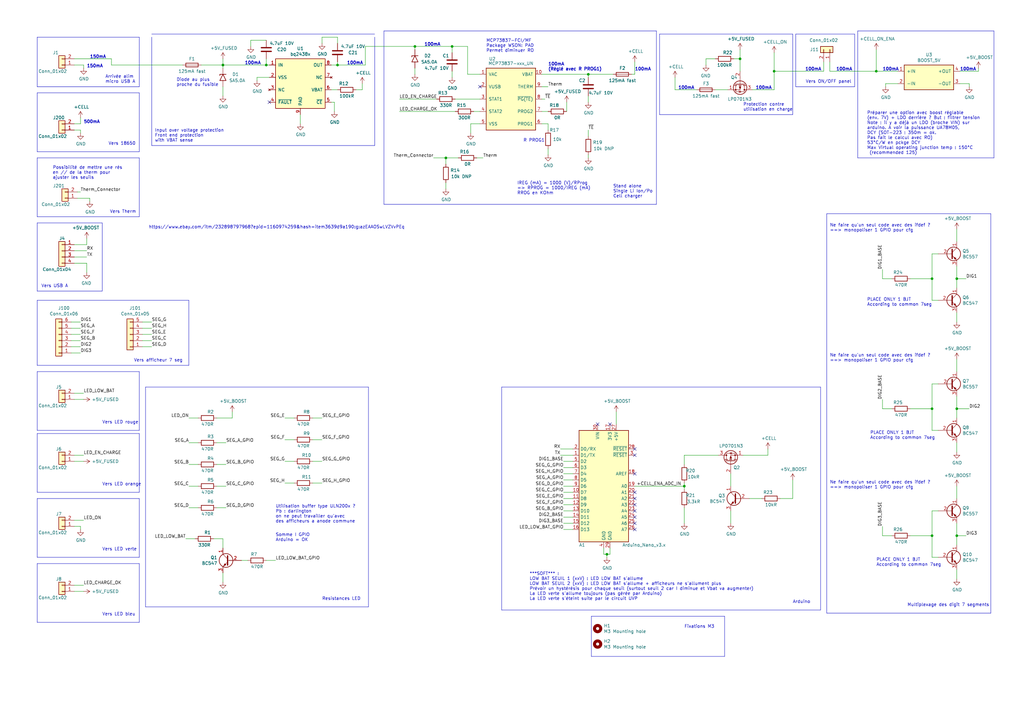
<source format=kicad_sch>
(kicad_sch (version 20230121) (generator eeschema)
  (paper "A3")
  (junction (at 109.22 26.67))
  (junction (at 91.44 26.67))
  (junction (at 359.41 29.21))
  (junction (at 382.27 219.71))
  (junction (at 392.43 167.64))
  (junction (at 170.18 19.05))
  (junction (at 280.67 199.39))
  (junction (at 182.88 64.77))
  (junction (at 382.27 114.3))
  (junction (at 303.53 24.13))
  (junction (at 382.27 167.64))
  (junction (at 185.42 19.05))
  (junction (at 241.3 30.48))
  (junction (at 392.43 219.71))
  (junction (at 138.43 26.67))
  (junction (at 248.92 227.33))
  (junction (at 317.5 29.21))
  (junction (at 392.43 114.3))
  (no_connect (at 260.35 184.15))
  (no_connect (at 260.35 207.01))
  (no_connect (at 260.35 201.93))
  (no_connect (at 260.35 204.47))
  (no_connect (at 260.35 212.09))
  (no_connect (at 260.35 186.69))
  (no_connect (at 260.35 209.55))
  (no_connect (at 260.35 214.63))
  (no_connect (at 260.35 217.17))
  (no_connect (at 110.49 41.91))
  (no_connect (at 196.85 35.56))
  (no_connect (at 250.19 173.99))
  (no_connect (at 245.11 173.99))
  (no_connect (at 260.35 194.31))
  (polyline (pts (xy 57.15 176.53) (xy 57.15 152.4)))
  (wire (pts (xy 325.12 204.47) (xy 325.12 196.85)))
  (polyline (pts (xy 15.24 35.56) (xy 15.24 15.24)))
  (polyline (pts (xy 339.09 87.63) (xy 339.09 251.46)))
  (wire (pts (xy 196.85 45.72) (xy 194.31 45.72)))
  (wire (pts (xy 128.27 189.23) (xy 132.08 189.23)))
  (polyline (pts (xy 270.51 13.97) (xy 270.51 46.99)))
  (polyline (pts (xy 15.24 15.24) (xy 57.15 15.24)))
  (polyline (pts (xy 339.09 251.46) (xy 406.4 251.46)))
  (wire (pts (xy 62.23 142.24) (xy 58.42 142.24)))
  (wire (pts (xy 392.43 109.22) (xy 392.43 114.3)))
  (wire (pts (xy 82.55 26.67) (xy 91.44 26.67)))
  (wire (pts (xy 33.02 144.78) (xy 29.21 144.78)))
  (wire (pts (xy 382.27 104.14) (xy 382.27 114.3)))
  (wire (pts (xy 193.04 50.8) (xy 193.04 54.61)))
  (wire (pts (xy 110.49 31.75) (xy 105.41 31.75)))
  (wire (pts (xy 182.88 64.77) (xy 177.8 64.77)))
  (wire (pts (xy 276.86 36.83) (xy 285.75 36.83)))
  (polyline (pts (xy 57.15 204.47) (xy 15.24 204.47)))
  (wire (pts (xy 241.3 39.37) (xy 241.3 41.91)))
  (wire (pts (xy 95.25 171.45) (xy 95.25 168.91)))
  (wire (pts (xy 396.24 219.71) (xy 392.43 219.71)))
  (polyline (pts (xy 57.15 88.9) (xy 57.15 64.77)))
  (wire (pts (xy 382.27 157.48) (xy 384.81 157.48)))
  (polyline (pts (xy 15.24 177.8) (xy 15.24 201.93)))
  (polyline (pts (xy 57.15 38.1) (xy 15.24 38.1)))
  (polyline (pts (xy 57.15 62.23) (xy 57.15 38.1)))
  (wire (pts (xy 340.36 25.4) (xy 340.36 29.21)))
  (wire (pts (xy 317.5 29.21) (xy 317.5 36.83)))
  (polyline (pts (xy 325.12 46.99) (xy 270.51 46.99)))
  (wire (pts (xy 373.38 114.3) (xy 382.27 114.3)))
  (wire (pts (xy 30.48 186.69) (xy 34.29 186.69)))
  (wire (pts (xy 109.22 26.67) (xy 110.49 26.67)))
  (wire (pts (xy 77.47 208.28) (xy 81.28 208.28)))
  (wire (pts (xy 234.95 196.85) (xy 231.14 196.85)))
  (polyline (pts (xy 350.52 13.97) (xy 326.39 13.97)))
  (wire (pts (xy 30.48 213.36) (xy 34.29 213.36)))
  (wire (pts (xy 392.43 114.3) (xy 392.43 118.11)))
  (wire (pts (xy 116.84 189.23) (xy 120.65 189.23)))
  (polyline (pts (xy 157.48 83.82) (xy 269.24 83.82)))
  (polyline (pts (xy 350.52 35.56) (xy 350.52 13.97)))
  (polyline (pts (xy 57.15 231.14) (xy 15.24 231.14)))
  (wire (pts (xy 234.95 199.39) (xy 231.14 199.39)))
  (wire (pts (xy 368.3 34.29) (xy 363.22 34.29)))
  (wire (pts (xy 224.79 53.34) (xy 224.79 50.8)))
  (polyline (pts (xy 336.55 158.75) (xy 336.55 250.19)))
  (wire (pts (xy 195.58 64.77) (xy 198.12 64.77)))
  (wire (pts (xy 222.25 45.72) (xy 224.79 45.72)))
  (wire (pts (xy 320.04 204.47) (xy 325.12 204.47)))
  (wire (pts (xy 224.79 50.8) (xy 222.25 50.8)))
  (wire (pts (xy 148.59 34.29) (xy 148.59 36.83)))
  (wire (pts (xy 382.27 219.71) (xy 382.27 228.6)))
  (wire (pts (xy 393.7 34.29) (xy 397.51 34.29)))
  (wire (pts (xy 182.88 77.47) (xy 182.88 74.93)))
  (wire (pts (xy 280.67 199.39) (xy 280.67 200.66)))
  (wire (pts (xy 392.43 167.64) (xy 392.43 171.45)))
  (wire (pts (xy 33.02 134.62) (xy 29.21 134.62)))
  (wire (pts (xy 382.27 104.14) (xy 384.81 104.14)))
  (polyline (pts (xy 406.4 87.63) (xy 339.09 87.63)))
  (wire (pts (xy 109.22 26.67) (xy 109.22 24.13)))
  (polyline (pts (xy 153.67 15.24) (xy 153.67 59.69)))
  (wire (pts (xy 33.02 78.74) (xy 31.75 78.74)))
  (wire (pts (xy 91.44 220.98) (xy 91.44 224.79)))
  (wire (pts (xy 382.27 209.55) (xy 384.81 209.55)))
  (wire (pts (xy 30.48 26.67) (xy 34.29 26.67)))
  (wire (pts (xy 170.18 19.05) (xy 185.42 19.05)))
  (wire (pts (xy 91.44 24.13) (xy 91.44 26.67)))
  (wire (pts (xy 101.6 229.87) (xy 99.06 229.87)))
  (wire (pts (xy 293.37 36.83) (xy 298.45 36.83)))
  (wire (pts (xy 234.95 207.01) (xy 231.14 207.01)))
  (polyline (pts (xy 297.18 252.73) (xy 297.18 269.24)))
  (wire (pts (xy 392.43 93.98) (xy 392.43 99.06)))
  (polyline (pts (xy 15.24 123.19) (xy 77.47 123.19)))
  (wire (pts (xy 138.43 26.67) (xy 149.86 26.67)))
  (wire (pts (xy 116.84 180.34) (xy 120.65 180.34)))
  (wire (pts (xy 91.44 234.95) (xy 91.44 238.76)))
  (wire (pts (xy 396.24 114.3) (xy 392.43 114.3)))
  (wire (pts (xy 191.77 19.05) (xy 185.42 19.05)))
  (polyline (pts (xy 15.24 228.6) (xy 57.15 228.6)))
  (wire (pts (xy 303.53 20.32) (xy 303.53 24.13)))
  (wire (pts (xy 35.56 105.41) (xy 30.48 105.41)))
  (wire (pts (xy 91.44 26.67) (xy 109.22 26.67)))
  (wire (pts (xy 234.95 194.31) (xy 231.14 194.31)))
  (wire (pts (xy 260.35 30.48) (xy 260.35 25.4)))
  (polyline (pts (xy 242.57 252.73) (xy 297.18 252.73)))
  (polyline (pts (xy 297.18 269.24) (xy 242.57 269.24)))
  (wire (pts (xy 382.27 123.19) (xy 384.81 123.19)))
  (wire (pts (xy 33.02 53.34) (xy 30.48 53.34)))
  (wire (pts (xy 234.95 217.17) (xy 231.14 217.17)))
  (wire (pts (xy 392.43 185.42) (xy 392.43 181.61)))
  (wire (pts (xy 247.65 227.33) (xy 247.65 224.79)))
  (wire (pts (xy 392.43 162.56) (xy 392.43 167.64)))
  (wire (pts (xy 45.72 26.67) (xy 74.93 26.67)))
  (polyline (pts (xy 41.91 119.38) (xy 41.91 91.44)))
  (wire (pts (xy 392.43 237.49) (xy 392.43 233.68)))
  (wire (pts (xy 361.95 167.64) (xy 361.95 163.83)))
  (wire (pts (xy 170.18 30.48) (xy 170.18 27.94)))
  (wire (pts (xy 234.95 209.55) (xy 231.14 209.55)))
  (wire (pts (xy 361.95 219.71) (xy 361.95 215.9)))
  (wire (pts (xy 260.35 199.39) (xy 280.67 199.39)))
  (polyline (pts (xy 407.67 12.7) (xy 351.79 12.7)))
  (wire (pts (xy 234.95 212.09) (xy 231.14 212.09)))
  (polyline (pts (xy 57.15 152.4) (xy 15.24 152.4)))
  (wire (pts (xy 373.38 167.64) (xy 382.27 167.64)))
  (polyline (pts (xy 15.24 88.9) (xy 57.15 88.9)))
  (polyline (pts (xy 77.47 149.86) (xy 15.24 149.86)))
  (wire (pts (xy 138.43 36.83) (xy 135.89 36.83)))
  (wire (pts (xy 62.23 137.16) (xy 58.42 137.16)))
  (wire (pts (xy 138.43 26.67) (xy 138.43 25.4)))
  (wire (pts (xy 77.47 190.5) (xy 81.28 190.5)))
  (wire (pts (xy 185.42 29.21) (xy 185.42 31.75)))
  (wire (pts (xy 300.99 24.13) (xy 303.53 24.13)))
  (wire (pts (xy 187.96 64.77) (xy 182.88 64.77)))
  (wire (pts (xy 337.82 29.21) (xy 337.82 25.4)))
  (wire (pts (xy 361.95 114.3) (xy 361.95 110.49)))
  (wire (pts (xy 393.7 29.21) (xy 401.32 29.21)))
  (polyline (pts (xy 351.79 64.77) (xy 407.67 64.77)))
  (polyline (pts (xy 269.24 83.82) (xy 269.24 12.7)))
  (wire (pts (xy 30.48 161.29) (xy 34.29 161.29)))
  (wire (pts (xy 280.67 198.12) (xy 280.67 199.39)))
  (wire (pts (xy 304.8 186.69) (xy 314.96 186.69)))
  (wire (pts (xy 33.02 139.7) (xy 29.21 139.7)))
  (wire (pts (xy 392.43 199.39) (xy 392.43 204.47)))
  (wire (pts (xy 317.5 21.59) (xy 317.5 29.21)))
  (wire (pts (xy 91.44 26.67) (xy 91.44 27.94)))
  (polyline (pts (xy 15.24 201.93) (xy 57.15 201.93)))
  (polyline (pts (xy 59.69 158.75) (xy 151.13 158.75)))
  (polyline (pts (xy 15.24 119.38) (xy 41.91 119.38)))
  (wire (pts (xy 33.02 132.08) (xy 29.21 132.08)))
  (polyline (pts (xy 15.24 38.1) (xy 15.24 62.23)))
  (wire (pts (xy 62.23 132.08) (xy 58.42 132.08)))
  (polyline (pts (xy 269.24 12.7) (xy 157.48 12.7)))
  (wire (pts (xy 33.02 217.17) (xy 33.02 215.9)))
  (polyline (pts (xy 270.51 13.97) (xy 325.12 13.97)))
  (wire (pts (xy 234.95 204.47) (xy 231.14 204.47)))
  (wire (pts (xy 303.53 24.13) (xy 303.53 29.21)))
  (polyline (pts (xy 15.24 149.86) (xy 15.24 123.19)))
  (wire (pts (xy 128.27 180.34) (xy 132.08 180.34)))
  (wire (pts (xy 241.3 31.75) (xy 241.3 30.48)))
  (wire (pts (xy 365.76 114.3) (xy 361.95 114.3)))
  (wire (pts (xy 91.44 35.56) (xy 91.44 39.37)))
  (wire (pts (xy 30.48 24.13) (xy 45.72 24.13)))
  (polyline (pts (xy 59.69 248.92) (xy 59.69 158.75)))
  (polyline (pts (xy 242.57 269.24) (xy 242.57 252.73)))
  (wire (pts (xy 317.5 29.21) (xy 337.82 29.21)))
  (polyline (pts (xy 205.74 158.75) (xy 336.55 158.75)))
  (polyline (pts (xy 326.39 13.97) (xy 326.39 35.56)))
  (wire (pts (xy 88.9 181.61) (xy 92.71 181.61)))
  (wire (pts (xy 30.48 240.03) (xy 34.29 240.03)))
  (polyline (pts (xy 57.15 35.56) (xy 15.24 35.56)))
  (wire (pts (xy 30.48 107.95) (xy 35.56 107.95)))
  (wire (pts (xy 128.27 198.12) (xy 132.08 198.12)))
  (wire (pts (xy 382.27 228.6) (xy 384.81 228.6)))
  (wire (pts (xy 30.48 102.87) (xy 35.56 102.87)))
  (wire (pts (xy 392.43 219.71) (xy 392.43 223.52)))
  (polyline (pts (xy 15.24 231.14) (xy 15.24 255.27)))
  (wire (pts (xy 30.48 242.57) (xy 34.29 242.57)))
  (wire (pts (xy 299.72 194.31) (xy 299.72 199.39)))
  (wire (pts (xy 373.38 219.71) (xy 382.27 219.71)))
  (wire (pts (xy 33.02 215.9) (xy 30.48 215.9)))
  (polyline (pts (xy 57.15 177.8) (xy 15.24 177.8)))
  (wire (pts (xy 392.43 147.32) (xy 392.43 152.4)))
  (wire (pts (xy 88.9 208.28) (xy 92.71 208.28)))
  (wire (pts (xy 248.92 227.33) (xy 247.65 227.33)))
  (wire (pts (xy 397.51 167.64) (xy 392.43 167.64)))
  (polyline (pts (xy 57.15 64.77) (xy 15.24 64.77)))
  (polyline (pts (xy 15.24 91.44) (xy 15.24 119.38)))
  (wire (pts (xy 229.87 186.69) (xy 234.95 186.69)))
  (polyline (pts (xy 406.4 251.46) (xy 406.4 87.63)))
  (wire (pts (xy 163.83 45.72) (xy 186.69 45.72)))
  (polyline (pts (xy 41.91 91.44) (xy 15.24 91.44)))
  (wire (pts (xy 132.08 15.24) (xy 132.08 17.78)))
  (wire (pts (xy 241.3 63.5) (xy 241.3 64.77)))
  (wire (pts (xy 105.41 31.75) (xy 105.41 33.02)))
  (wire (pts (xy 280.67 186.69) (xy 294.64 186.69)))
  (polyline (pts (xy 205.74 250.19) (xy 205.74 158.75)))
  (polyline (pts (xy 15.24 62.23) (xy 57.15 62.23)))
  (wire (pts (xy 77.47 171.45) (xy 81.28 171.45)))
  (polyline (pts (xy 62.23 13.97) (xy 153.67 13.97)))
  (wire (pts (xy 392.43 132.08) (xy 392.43 128.27)))
  (wire (pts (xy 314.96 186.69) (xy 314.96 184.15)))
  (wire (pts (xy 149.86 26.67) (xy 149.86 19.05)))
  (polyline (pts (xy 15.24 255.27) (xy 57.15 255.27)))
  (polyline (pts (xy 57.15 255.27) (xy 57.15 231.14)))
  (wire (pts (xy 35.56 97.79) (xy 35.56 100.33)))
  (wire (pts (xy 109.22 229.87) (xy 113.03 229.87)))
  (wire (pts (xy 102.87 16.51) (xy 102.87 19.05)))
  (polyline (pts (xy 57.15 228.6) (xy 57.15 204.47)))
  (wire (pts (xy 359.41 20.32) (xy 359.41 29.21)))
  (wire (pts (xy 186.69 40.64) (xy 196.85 40.64)))
  (wire (pts (xy 382.27 157.48) (xy 382.27 167.64)))
  (wire (pts (xy 148.59 36.83) (xy 146.05 36.83)))
  (wire (pts (xy 248.92 227.33) (xy 250.19 227.33)))
  (wire (pts (xy 248.92 228.6) (xy 248.92 227.33)))
  (wire (pts (xy 234.95 189.23) (xy 231.14 189.23)))
  (wire (pts (xy 185.42 21.59) (xy 185.42 19.05)))
  (wire (pts (xy 289.56 24.13) (xy 289.56 26.67)))
  (polyline (pts (xy 407.67 64.77) (xy 407.67 12.7)))
  (wire (pts (xy 116.84 198.12) (xy 120.65 198.12)))
  (wire (pts (xy 88.9 190.5) (xy 92.71 190.5)))
  (polyline (pts (xy 57.15 15.24) (xy 57.15 35.56)))
  (wire (pts (xy 182.88 67.31) (xy 182.88 64.77)))
  (wire (pts (xy 163.83 40.64) (xy 179.07 40.64)))
  (wire (pts (xy 88.9 199.39) (xy 92.71 199.39)))
  (wire (pts (xy 77.47 199.39) (xy 81.28 199.39)))
  (polyline (pts (xy 157.48 12.7) (xy 157.48 83.82)))
  (wire (pts (xy 128.27 171.45) (xy 132.08 171.45)))
  (polyline (pts (xy 15.24 176.53) (xy 57.15 176.53)))
  (wire (pts (xy 30.48 50.8) (xy 33.02 50.8)))
  (wire (pts (xy 33.02 142.24) (xy 29.21 142.24)))
  (wire (pts (xy 196.85 50.8) (xy 193.04 50.8)))
  (wire (pts (xy 382.27 209.55) (xy 382.27 219.71)))
  (wire (pts (xy 259.08 30.48) (xy 260.35 30.48)))
  (wire (pts (xy 234.95 184.15) (xy 229.87 184.15)))
  (wire (pts (xy 138.43 15.24) (xy 132.08 15.24)))
  (wire (pts (xy 397.51 34.29) (xy 397.51 35.56)))
  (wire (pts (xy 365.76 167.64) (xy 361.95 167.64)))
  (wire (pts (xy 299.72 209.55) (xy 299.72 214.63)))
  (wire (pts (xy 382.27 114.3) (xy 382.27 123.19)))
  (polyline (pts (xy 15.24 204.47) (xy 15.24 228.6)))
  (wire (pts (xy 87.63 220.98) (xy 91.44 220.98)))
  (wire (pts (xy 250.19 227.33) (xy 250.19 224.79)))
  (wire (pts (xy 30.48 163.83) (xy 34.29 163.83)))
  (wire (pts (xy 76.2 220.98) (xy 80.01 220.98)))
  (wire (pts (xy 365.76 219.71) (xy 361.95 219.71)))
  (wire (pts (xy 123.19 50.8) (xy 123.19 46.99)))
  (wire (pts (xy 30.48 189.23) (xy 34.29 189.23)))
  (wire (pts (xy 312.42 204.47) (xy 307.34 204.47)))
  (wire (pts (xy 234.95 191.77) (xy 231.14 191.77)))
  (wire (pts (xy 170.18 19.05) (xy 170.18 20.32)))
  (wire (pts (xy 222.25 40.64) (xy 223.52 40.64)))
  (wire (pts (xy 241.3 30.48) (xy 251.46 30.48)))
  (wire (pts (xy 135.89 26.67) (xy 138.43 26.67)))
  (wire (pts (xy 191.77 30.48) (xy 196.85 30.48)))
  (wire (pts (xy 280.67 214.63) (xy 280.67 208.28)))
  (polyline (pts (xy 57.15 201.93) (xy 57.15 177.8)))
  (wire (pts (xy 62.23 139.7) (xy 58.42 139.7)))
  (polyline (pts (xy 62.23 59.69) (xy 62.23 15.24)))
  (wire (pts (xy 36.83 82.55) (xy 36.83 81.28)))
  (wire (pts (xy 191.77 19.05) (xy 191.77 30.48)))
  (wire (pts (xy 33.02 54.61) (xy 33.02 53.34)))
  (wire (pts (xy 234.95 214.63) (xy 231.14 214.63)))
  (wire (pts (xy 241.3 53.34) (xy 241.3 55.88)))
  (wire (pts (xy 280.67 190.5) (xy 280.67 186.69)))
  (wire (pts (xy 382.27 167.64) (xy 382.27 176.53)))
  (wire (pts (xy 33.02 50.8) (xy 33.02 48.26)))
  (polyline (pts (xy 326.39 35.56) (xy 350.52 35.56)))
  (polyline (pts (xy 77.47 123.19) (xy 77.47 149.86)))
  (polyline (pts (xy 15.24 152.4) (xy 15.24 176.53)))
  (wire (pts (xy 30.48 100.33) (xy 35.56 100.33)))
  (wire (pts (xy 222.25 35.56) (xy 224.79 35.56)))
  (wire (pts (xy 224.79 60.96) (xy 224.79 63.5)))
  (wire (pts (xy 137.16 41.91) (xy 137.16 45.72)))
  (wire (pts (xy 252.73 168.91) (xy 252.73 173.99)))
  (wire (pts (xy 363.22 35.56) (xy 363.22 34.29)))
  (wire (pts (xy 149.86 19.05) (xy 170.18 19.05)))
  (wire (pts (xy 88.9 171.45) (xy 95.25 171.45)))
  (wire (pts (xy 109.22 16.51) (xy 102.87 16.51)))
  (wire (pts (xy 222.25 30.48) (xy 241.3 30.48)))
  (polyline (pts (xy 15.24 64.77) (xy 15.24 88.9)))
  (polyline (pts (xy 325.12 13.97) (xy 325.12 46.99)))
  (wire (pts (xy 116.84 171.45) (xy 120.65 171.45)))
  (wire (pts (xy 62.23 134.62) (xy 58.42 134.62)))
  (wire (pts (xy 308.61 36.83) (xy 317.5 36.83)))
  (wire (pts (xy 276.86 36.83) (xy 276.86 31.75)))
  (wire (pts (xy 340.36 29.21) (xy 359.41 29.21)))
  (wire (pts (xy 34.29 26.67) (xy 34.29 27.94)))
  (wire (pts (xy 77.47 181.61) (xy 81.28 181.61)))
  (wire (pts (xy 382.27 176.53) (xy 384.81 176.53)))
  (wire (pts (xy 234.95 201.93) (xy 231.14 201.93)))
  (wire (pts (xy 401.32 27.94) (xy 401.32 29.21)))
  (polyline (pts (xy 351.79 12.7) (xy 351.79 64.77)))
  (wire (pts (xy 33.02 137.16) (xy 29.21 137.16)))
  (wire (pts (xy 138.43 17.78) (xy 138.43 15.24)))
  (wire (pts (xy 35.56 107.95) (xy 35.56 111.76)))
  (wire (pts (xy 36.83 81.28) (xy 31.75 81.28)))
  (polyline (pts (xy 153.67 59.69) (xy 62.23 59.69)))
  (wire (pts (xy 359.41 29.21) (xy 368.3 29.21)))
  (polyline (pts (xy 151.13 248.92) (xy 59.69 248.92)))
  (wire (pts (xy 135.89 41.91) (xy 137.16 41.91)))
  (wire (pts (xy 293.37 24.13) (xy 289.56 24.13)))
  (wire (pts (xy 232.41 45.72) (xy 232.41 41.91)))
  (polyline (pts (xy 336.55 250.19) (xy 205.74 250.19)))
  (polyline (pts (xy 151.13 158.75) (xy 151.13 248.92)))
  (wire (pts (xy 45.72 24.13) (xy 45.72 26.67)))
  (wire (pts (xy 392.43 214.63) (xy 392.43 219.71)))
  (text "https://www.ebay.com/itm/232898797968?epid=1160974259&hash=item3639d9a190:g:azEAAOSwLVZVvPEq" (at 60.96 93.98 0) (effects (font (size 1.27 1.27)) (justify left bottom)))
  (text "R PROG1" (at 214.63 58.42 0) (effects (font (size 1.27 1.27)) (justify left bottom)))
  (text "Vers LED verte\n" (at 41.91 226.06 0) (effects (font (size 1.27 1.27)) (justify left bottom)))
  (text "Vers Therm" (at 55.88 87.63 0) (effects (font (size 1.27 1.27)) (justify right bottom)))
  (text "100mA" (at 278.13 36.83 0) (effects (font (size 1.27 1.27) (thickness 0.254) bold) (justify left bottom)))
  (text "Vers ON/OFF panel" (at 349.25 34.29 0) (effects (font (size 1.27 1.27)) (justify right bottom)))
  (text "MCP73837-FCI/MF\nPackage WSON: PAD\nPermet diminuer RO" (at 199.39 21.59 0) (effects (font (size 1.27 1.27)) (justify left bottom)))
  (text "150mA" (at 36.83 24.13 0) (effects (font (size 1.27 1.27) (thickness 0.254) bold) (justify left bottom)))
  (text "IREG (mA) = 1000 (V)/RProg\n=> RPROG = 1000/IREG (mA)\nRROG en KOhm\n" (at 212.09 80.01 0) (effects (font (size 1.27 1.27)) (justify left bottom)))
  (text "100mA" (at 309.88 36.83 0) (effects (font (size 1.27 1.27) (thickness 0.254) bold) (justify left bottom)))
  (text "Arduino" (at 325.12 247.65 0) (effects (font (size 1.27 1.27)) (justify left bottom)))
  (text "100mA" (at 142.24 26.67 0) (effects (font (size 1.27 1.27) (thickness 0.254) bold) (justify left bottom)))
  (text "Stand alone \nSingle Li Ion/Po \nCell charger" (at 251.46 81.28 0) (effects (font (size 1.27 1.27)) (justify left bottom)))
  (text "Fixations M3\n" (at 280.67 257.81 0) (effects (font (size 1.27 1.27)) (justify left bottom)))
  (text "100mA" (at 260.35 29.21 0) (effects (font (size 1.27 1.27) (thickness 0.254) bold) (justify left bottom)))
  (text "100mA" (at 361.95 29.21 0) (effects (font (size 1.27 1.27) (thickness 0.254) bold) (justify left bottom)))
  (text "Vers USB A" (at 27.94 118.11 0) (effects (font (size 1.27 1.27)) (justify right bottom)))
  (text "\n" (at 74.93 68.58 0) (effects (font (size 1.27 1.27)) (justify left bottom)))
  (text "Arrivée alim\nmicro USB A" (at 43.18 34.29 0) (effects (font (size 1.27 1.27)) (justify left bottom)))
  (text "150mA" (at 35.56 27.94 0) (effects (font (size 1.27 1.27) (thickness 0.254) bold) (justify left bottom)))
  (text "Ne faire qu'un seul code avec des ifdef ?\n==> monopoliser 1 GPIO pour cfg" (at 340.36 200.66 0) (effects (font (size 1.27 1.27)) (justify left bottom)))
  (text "***SOFT*** :\nLOW BAT SEUIL 1 (xxV) : LED LOW BAT s'allume\nLOW BAT SEUIL 2 (xxV) : LED LOW BAT s'allume + afficheurs ne s'allument plus\nPrévoir un hystérésis pour chaque seuil (surtout seuil 2 car I diminue et Vbat va augmenter)\nLa LED verte s'allume toujours (pas gérée par Arduino)\nLa LED verte s'éteint suite par le circuit UVP" (at 217.17 246.38 0) (effects (font (size 1.27 1.27)) (justify left bottom)))
  (text "Ne faire qu'un seul code avec des ifdef ?\n==> monopoliser 1 GPIO pour cfg" (at 340.36 148.59 0) (effects (font (size 1.27 1.27)) (justify left bottom)))
  (text "Préparer une option avec boost réglable\n(env. 7V) + LDO derrière ? But : filtrer tension\nNote : il y a déjà un LDO (broche VIN) sur \narduino. A voir la puissance UA78M05, \nDCY (SOT-223 : 350m = ok. \nPas fait le calcul avec RO)\n53°C/W en pckge DCY\nMax Virtual operating junction temp : 150°C\n (recommended 125)" (at 355.6 63.5 0) (effects (font (size 1.27 1.27)) (justify left bottom)))
  (text "Vers afficheur 7 seg" (at 74.93 148.59 0) (effects (font (size 1.27 1.27)) (justify right bottom)))
  (text "100mA" (at 173.99 19.05 0) (effects (font (size 1.27 1.27) (thickness 0.254) bold) (justify left bottom)))
  (text "100mA" (at 393.7 29.21 0) (effects (font (size 1.27 1.27) (thickness 0.254) bold) (justify left bottom)))
  (text "Protection contre \nutilisation en charge" (at 304.8 45.72 0) (effects (font (size 1.27 1.27)) (justify left bottom)))
  (text "100mA" (at 100.33 26.67 0) (effects (font (size 1.27 1.27) (thickness 0.254) bold) (justify left bottom)))
  (text "Resistances LED" (at 132.08 246.38 0) (effects (font (size 1.27 1.27)) (justify left bottom)))
  (text "Vers LED orange\n" (at 41.91 199.39 0) (effects (font (size 1.27 1.27)) (justify left bottom)))
  (text "Vers LED rouge\n" (at 41.91 173.99 0) (effects (font (size 1.27 1.27)) (justify left bottom)))
  (text "100mA" (at 330.2 29.21 0) (effects (font (size 1.27 1.27) (thickness 0.254) bold) (justify left bottom)))
  (text "Multiplexage des digit 7 segments" (at 372.11 248.92 0) (effects (font (size 1.27 1.27)) (justify left bottom)))
  (text "PLACE ONLY 1 BJT\nAccording to common 7seg" (at 355.6 125.73 0) (effects (font (size 1.27 1.27)) (justify left bottom)))
  (text "100mA\n(Réglé avec R PROG1)" (at 224.79 29.21 0) (effects (font (size 1.27 1.27) (thickness 0.254) bold) (justify left bottom)))
  (text "Vers LED bleu\n" (at 41.91 252.73 0) (effects (font (size 1.27 1.27)) (justify left bottom)))
  (text "Utilisation buffer type ULN200x ?\nPb : darlington\non ne peut travailler qu'avec\ndes afficheurs a anode commune" (at 113.03 214.63 0) (effects (font (size 1.27 1.27)) (justify left bottom)))
  (text "PLACE ONLY 1 BJT\nAccording to common 7seg" (at 356.87 180.34 0) (effects (font (size 1.27 1.27)) (justify left bottom)))
  (text "Ne faire qu'un seul code avec des ifdef ?\n==> monopoliser 1 GPIO pour cfg" (at 340.36 95.25 0) (effects (font (size 1.27 1.27)) (justify left bottom)))
  (text "PLACE ONLY 1 BJT\nAccording to common 7seg" (at 359.41 232.41 0) (effects (font (size 1.27 1.27)) (justify left bottom)))
  (text "500mA" (at 34.29 50.8 0) (effects (font (size 1.27 1.27) (thickness 0.254) bold) (justify left bottom)))
  (text "Possibilité de mettre une rés\nen // de la therm pour\najuster les seuils\n" (at 21.59 73.66 0) (effects (font (size 1.27 1.27)) (justify left bottom)))
  (text "Somme I GPIO \nArduino = OK\n" (at 113.03 222.25 0) (effects (font (size 1.27 1.27)) (justify left bottom)))
  (text "100mA" (at 342.9 29.21 0) (effects (font (size 1.27 1.27) (thickness 0.254) bold) (justify left bottom)))
  (text "Vers 18650" (at 44.45 59.69 0) (effects (font (size 1.27 1.27)) (justify left bottom)))
  (text "Diode au plus \nproche du fusible" (at 72.39 35.56 0) (effects (font (size 1.27 1.27)) (justify left bottom)))
  (text "Input over voltage protection\nFront end protection\nwith VBAT sense" (at 63.5 58.42 0) (effects (font (size 1.27 1.27)) (justify left bottom)))
  (label "LED_LOW_BAT_GPIO" (at 231.14 217.17 180))
  (label "DIG2_BASE" (at 361.95 163.83 90))
  (label "LED_LOW_BAT" (at 76.2 220.98 180))
  (label "LED_LOW_BAT" (at 34.29 161.29 0))
  (label "SEG_H" (at 116.84 198.12 180))
  (label "LED_CHARGE_OK" (at 34.29 240.03 0))
  (label "LED_EN_CHARGE" (at 34.29 186.69 0))
  (label "TX" (at 35.56 105.41 0))
  (label "DIG3" (at 396.24 219.71 0))
  (label "LED_ON" (at 77.47 171.45 180))
  (label "LED_CHARGE_OK" (at 163.83 45.72 0))
  (label "SEG_G" (at 116.84 189.23 180))
  (label "DIG2" (at 33.02 142.24 0))
  (label "SEG_E" (at 62.23 137.16 0))
  (label "Therm_Connector" (at 33.02 78.74 0))
  (label "SEG_D" (at 62.23 142.24 0))
  (label "SEG_G" (at 62.23 132.08 0))
  (label "SEG_C_GPIO" (at 92.71 199.39 0))
  (label "SEG_H_GPIO" (at 132.08 198.12 0))
  (label "Therm_Connector" (at 177.8 64.77 180))
  (label "SEG_E_GPIO" (at 132.08 171.45 0))
  (label "SEG_A_GPIO" (at 92.71 181.61 0))
  (label "SEG_B_GPIO" (at 92.71 190.5 0))
  (label "SEG_B_GPIO" (at 231.14 209.55 180))
  (label "SEG_B" (at 33.02 139.7 0))
  (label "DIG1_BASE" (at 231.14 189.23 180))
  (label "DIG2_BASE" (at 231.14 212.09 180))
  (label "SEG_A" (at 33.02 134.62 0))
  (label "+CELL_ENA_ADC_IN" (at 279.4 199.39 180))
  (label "SEG_F" (at 33.02 137.16 0))
  (label "SEG_E_GPIO" (at 231.14 204.47 180))
  (label "~{TE}" (at 241.3 53.34 0))
  (label "~{TE}" (at 223.52 40.64 0))
  (label "SEG_E" (at 116.84 171.45 180))
  (label "LED_EN_CHARGE" (at 163.83 40.64 0))
  (label "SEG_F" (at 116.84 180.34 180))
  (label "DIG3_BASE" (at 361.95 215.9 90))
  (label "SEG_A_GPIO" (at 231.14 196.85 180))
  (label "SEG_D_GPIO" (at 92.71 208.28 0))
  (label "SEG_C" (at 62.23 139.7 0))
  (label "DIG3" (at 33.02 144.78 0))
  (label "SEG_D" (at 77.47 208.28 180))
  (label "SEG_B" (at 77.47 190.5 180))
  (label "DIG2" (at 397.51 167.64 0))
  (label "SEG_F_GPIO" (at 231.14 207.01 180))
  (label "SEG_G_GPIO" (at 231.14 191.77 180))
  (label "RX" (at 229.87 184.15 180))
  (label "DIG1" (at 33.02 132.08 0))
  (label "LED_ON" (at 34.29 213.36 0))
  (label "LED_LOW_BAT_GPIO" (at 113.03 229.87 0))
  (label "SEG_C_GPIO" (at 231.14 201.93 180))
  (label "SEG_H" (at 62.23 134.62 0))
  (label "SEG_D_GPIO" (at 231.14 199.39 180))
  (label "Therm" (at 198.12 64.77 0))
  (label "SEG_H_GPIO" (at 231.14 194.31 180))
  (label "SEG_C" (at 77.47 199.39 180))
  (label "DIG3_BASE" (at 231.14 214.63 180))
  (label "DIG1" (at 396.24 114.3 0))
  (label "TX" (at 229.87 186.69 180))
  (label "SEG_A" (at 77.47 181.61 180))
  (label "Therm" (at 224.79 35.56 0))
  (label "DIG1_BASE" (at 361.95 110.49 90))
  (label "SEG_G_GPIO" (at 132.08 189.23 0))
  (label "SEG_F_GPIO" (at 132.08 180.34 0))
  (label "RX" (at 35.56 102.87 0))
  (symbol (lib_id "Device:Q_PMOS_SGD") (at 303.53 34.29 270) (unit 1)
    (property "Reference" "Q4" (at 299.72 31.75 90) (effects (justify left)))
    (property "Value" "LP0701N3" (at 298.45 40.64 90) (effects (justify left)))
    (property "Footprint" "Package_TO_SOT_THT:TO-92" (effects hide))
    (property "FAB" "MICROCHIP" (effects hide))
    (property "REF FAB" "LP0701N3-G" (effects hide))
    (property "FOU 1" "MOUSER" (effects hide))
    (property "REF FOU 1" "689-LP0701N3-G" (effects hide))
  )
  (symbol (lib_id "Device:R") (at 297.18 24.13 90) (mirror x) (unit 1)
    (property "Reference" "R22" (at 298.45 21.59 90))
    (property "Value" "100kR" (at 297.18 26.67 90))
    (property "Footprint" "Resistor_THT:R_Axial_DIN0204_L3.6mm_D1.6mm_P7.62mm_Horizontal" (effects hide))
  )
  (symbol (lib_id "power:GND") (at 289.56 26.67 0) (mirror y) (unit 1)
    (property "Reference" "#PWR033" (effects hide))
    (property "Value" "GND" (at 289.433 31.0642 0))
  )
  (symbol (lib_id "Balance-ruche:+CELL_ON") (at 317.5 21.59 0) (unit 1)
    (property "Reference" "#PWR037" (effects hide))
    (property "Value" "+CELL_ON" (at 317.881 17.1958 0))
  )
  (symbol (lib_id "MCU_Module:Arduino_Nano_v3.x") (at 247.65 199.39 0) (unit 1)
    (property "Reference" "A1" (at 238.76 223.52 0))
    (property "Value" "Arduino_Nano_v3.x" (at 264.16 223.52 0))
    (property "Footprint" "Module:Arduino_Nano" (effects hide))
    (property "Datasheet" "http://www.mouser.com/pdfdocs/Gravitech_Arduino_Nano3_0.pdf" (effects hide))
  )
  (symbol (lib_id "Transistor_BJT:BC547") (at 389.89 123.19 0) (unit 1)
    (property "Reference" "Q6" (at 394.7414 122.0216 0) (effects (justify left)))
    (property "Value" "BC547" (at 394.7414 124.333 0) (effects (justify left)))
    (property "Footprint" "Package_TO_SOT_THT:TO-92_Inline" (effects hide))
    (property "Datasheet" "https://www.onsemi.com/pub/Collateral/BC550-D.pdf" (effects hide))
  )
  (symbol (lib_id "power:GND") (at 224.79 63.5 0) (unit 1)
    (property "Reference" "#PWR024" (effects hide))
    (property "Value" "GND" (at 224.917 67.8942 0))
  )
  (symbol (lib_id "power:GND") (at 241.3 41.91 0) (unit 1)
    (property "Reference" "#PWR026" (effects hide))
    (property "Value" "GND" (at 241.427 46.3042 0))
  )
  (symbol (lib_id "power:GND") (at 392.43 132.08 0) (unit 1)
    (property "Reference" "#PWR042" (effects hide))
    (property "Value" "GND" (at 392.557 136.4742 0))
  )
  (symbol (lib_id "power:GND") (at 193.04 54.61 0) (unit 1)
    (property "Reference" "#PWR023" (effects hide))
    (property "Value" "GND" (at 193.167 59.0042 0))
  )
  (symbol (lib_id "Device:R") (at 182.88 40.64 270) (unit 1)
    (property "Reference" "R13" (at 181.61 38.1 90))
    (property "Value" "330R" (at 182.88 43.18 90))
    (property "Footprint" "Resistor_THT:R_Axial_DIN0207_L6.3mm_D2.5mm_P2.54mm_Vertical" (effects hide))
  )
  (symbol (lib_id "Device:R") (at 190.5 45.72 270) (unit 1)
    (property "Reference" "R15" (at 189.23 43.18 90))
    (property "Value" "300R" (at 190.5 48.26 90))
    (property "Footprint" "Resistor_THT:R_Axial_DIN0207_L6.3mm_D2.5mm_P2.54mm_Vertical" (effects hide))
  )
  (symbol (lib_id "Device:R") (at 369.57 114.3 270) (unit 1)
    (property "Reference" "R24" (at 368.3 111.76 90))
    (property "Value" "470R" (at 369.57 116.84 90))
    (property "Footprint" "Resistor_THT:R_Axial_DIN0207_L6.3mm_D2.5mm_P2.54mm_Vertical" (effects hide))
  )
  (symbol (lib_id "Transistor_BJT:BC557") (at 389.89 104.14 0) (unit 1)
    (property "Reference" "Q5" (at 394.7414 102.9716 0) (effects (justify left)))
    (property "Value" "BC557" (at 394.7414 105.283 0) (effects (justify left)))
    (property "Footprint" "Package_TO_SOT_THT:TO-92_Inline" (effects hide))
    (property "Datasheet" "https://www.onsemi.com/pub/Collateral/BC556BTA-D.pdf" (effects hide))
  )
  (symbol (lib_id "Balance-ruche:+5V_BOOST") (at 401.32 27.94 0) (unit 1)
    (property "Reference" "#PWR048" (effects hide))
    (property "Value" "+5V_BOOST" (at 401.701 23.5458 0))
  )
  (symbol (lib_id "power:GND") (at 397.51 35.56 0) (unit 1)
    (property "Reference" "#PWR047" (effects hide))
    (property "Value" "GND" (at 397.637 39.9542 0))
  )
  (symbol (lib_id "Balance-ruche:+CELL_ON_ENA") (at 359.41 20.32 0) (unit 1)
    (property "Reference" "#PWR039" (effects hide))
    (property "Value" "+CELL_ON_ENA" (at 359.791 15.9258 0))
  )
  (symbol (lib_id "power:GND") (at 363.22 35.56 0) (unit 1)
    (property "Reference" "#PWR040" (effects hide))
    (property "Value" "GND" (at 363.347 39.9542 0))
  )
  (symbol (lib_id "power:GND") (at 248.92 228.6 0) (unit 1)
    (property "Reference" "#PWR028" (effects hide))
    (property "Value" "GND" (at 249.047 232.9942 0))
  )
  (symbol (lib_id "Balance-ruche:+CELL") (at 33.02 48.26 0) (unit 1)
    (property "Reference" "#PWR01" (effects hide))
    (property "Value" "+CELL" (at 33.401 43.8658 0))
  )
  (symbol (lib_id "power:GND") (at 33.02 54.61 0) (unit 1)
    (property "Reference" "#PWR02" (effects hide))
    (property "Value" "GND" (at 33.147 59.0042 0))
  )
  (symbol (lib_id "power:GND") (at 36.83 82.55 0) (unit 1)
    (property "Reference" "#PWR011" (effects hide))
    (property "Value" "GND" (at 36.957 86.9442 0))
  )
  (symbol (lib_id "Device:R") (at 85.09 181.61 90) (mirror x) (unit 1)
    (property "Reference" "R3" (at 86.36 179.07 90))
    (property "Value" "470R" (at 85.09 184.15 90))
    (property "Footprint" "Resistor_THT:R_Axial_DIN0207_L6.3mm_D2.5mm_P2.54mm_Vertical" (effects hide))
  )
  (symbol (lib_id "Device:R") (at 85.09 190.5 90) (mirror x) (unit 1)
    (property "Reference" "R4" (at 86.36 187.96 90))
    (property "Value" "470R" (at 85.09 193.04 90))
    (property "Footprint" "Resistor_THT:R_Axial_DIN0207_L6.3mm_D2.5mm_P2.54mm_Vertical" (effects hide))
  )
  (symbol (lib_id "Device:R") (at 85.09 199.39 90) (mirror x) (unit 1)
    (property "Reference" "R5" (at 86.36 196.85 90))
    (property "Value" "470R" (at 85.09 201.93 90))
    (property "Footprint" "Resistor_THT:R_Axial_DIN0204_L3.6mm_D1.6mm_P7.62mm_Horizontal" (effects hide))
  )
  (symbol (lib_id "Transistor_BJT:BC547") (at 389.89 176.53 0) (unit 1)
    (property "Reference" "Q8" (at 394.7414 175.3616 0) (effects (justify left)))
    (property "Value" "BC547" (at 394.7414 177.673 0) (effects (justify left)))
    (property "Footprint" "Package_TO_SOT_THT:TO-92_Inline" (effects hide))
    (property "Datasheet" "https://www.onsemi.com/pub/Collateral/BC550-D.pdf" (effects hide))
  )
  (symbol (lib_id "power:GND") (at 392.43 185.42 0) (unit 1)
    (property "Reference" "#PWR044" (effects hide))
    (property "Value" "GND" (at 392.557 189.8142 0))
  )
  (symbol (lib_id "Device:R") (at 369.57 167.64 270) (unit 1)
    (property "Reference" "R25" (at 368.3 165.1 90))
    (property "Value" "470R" (at 369.57 170.18 90))
    (property "Footprint" "Resistor_THT:R_Axial_DIN0207_L6.3mm_D2.5mm_P2.54mm_Vertical" (effects hide))
  )
  (symbol (lib_id "Transistor_BJT:BC557") (at 389.89 157.48 0) (unit 1)
    (property "Reference" "Q7" (at 394.7414 156.3116 0) (effects (justify left)))
    (property "Value" "BC557" (at 394.7414 158.623 0) (effects (justify left)))
    (property "Footprint" "Package_TO_SOT_THT:TO-92_Inline" (effects hide))
    (property "Datasheet" "https://www.onsemi.com/pub/Collateral/BC556BTA-D.pdf" (effects hide))
  )
  (symbol (lib_id "Device:R") (at 85.09 208.28 90) (mirror x) (unit 1)
    (property "Reference" "R6" (at 86.36 205.74 90))
    (property "Value" "470R" (at 85.09 210.82 90))
    (property "Footprint" "Resistor_THT:R_Axial_DIN0204_L3.6mm_D1.6mm_P7.62mm_Horizontal" (effects hide))
  )
  (symbol (lib_id "Device:R") (at 124.46 171.45 90) (mirror x) (unit 1)
    (property "Reference" "R8" (at 125.73 168.91 90))
    (property "Value" "470R" (at 124.46 173.99 90))
    (property "Footprint" "Resistor_THT:R_Axial_DIN0204_L3.6mm_D1.6mm_P7.62mm_Horizontal" (effects hide))
  )
  (symbol (lib_id "Transistor_BJT:BC547") (at 389.89 228.6 0) (unit 1)
    (property "Reference" "Q10" (at 394.7414 227.4316 0) (effects (justify left)))
    (property "Value" "BC547" (at 394.7414 229.743 0) (effects (justify left)))
    (property "Footprint" "Package_TO_SOT_THT:TO-92_Inline" (effects hide))
    (property "Datasheet" "https://www.onsemi.com/pub/Collateral/BC550-D.pdf" (effects hide))
  )
  (symbol (lib_id "power:GND") (at 392.43 237.49 0) (unit 1)
    (property "Reference" "#PWR046" (effects hide))
    (property "Value" "GND" (at 392.557 241.8842 0))
  )
  (symbol (lib_id "Device:R") (at 369.57 219.71 270) (unit 1)
    (property "Reference" "R26" (at 368.3 217.17 90))
    (property "Value" "470R" (at 369.57 222.25 90))
    (property "Footprint" "Resistor_THT:R_Axial_DIN0207_L6.3mm_D2.5mm_P2.54mm_Vertical" (effects hide))
  )
  (symbol (lib_id "Transistor_BJT:BC557") (at 389.89 209.55 0) (unit 1)
    (property "Reference" "Q9" (at 394.7414 208.3816 0) (effects (justify left)))
    (property "Value" "BC557" (at 394.7414 210.693 0) (effects (justify left)))
    (property "Footprint" "Package_TO_SOT_THT:TO-92_Inline" (effects hide))
    (property "Datasheet" "https://www.onsemi.com/pub/Collateral/BC556BTA-D.pdf" (effects hide))
  )
  (symbol (lib_id "Transistor_BJT:BC547") (at 302.26 204.47 0) (mirror y) (unit 1)
    (property "Reference" "Q3" (at 297.4086 203.3016 0) (effects (justify left)))
    (property "Value" "BC547" (at 297.4086 205.613 0) (effects (justify left)))
    (property "Footprint" "Package_TO_SOT_THT:TO-92_Inline" (effects hide))
    (property "Datasheet" "https://www.onsemi.com/pub/Collateral/BC550-D.pdf" (effects hide))
  )
  (symbol (lib_id "Connector_Generic:Conn_01x02") (at 26.67 81.28 180) (unit 1)
    (property "Reference" "J201" (at 24.13 76.2 0))
    (property "Value" "Conn_01x02" (at 22.86 83.82 0))
    (property "Footprint" "Connector_PinHeader_2.54mm:PinHeader_2x01_P2.54mm_Vertical" (effects hide))
  )
  (symbol (lib_id "Device:R") (at 124.46 180.34 90) (mirror x) (unit 1)
    (property "Reference" "R9" (at 125.73 177.8 90))
    (property "Value" "470R" (at 124.46 182.88 90))
    (property "Footprint" "Resistor_THT:R_Axial_DIN0207_L6.3mm_D2.5mm_P2.54mm_Vertical" (effects hide))
  )
  (symbol (lib_id "Device:R") (at 124.46 189.23 90) (mirror x) (unit 1)
    (property "Reference" "R10" (at 125.73 186.69 90))
    (property "Value" "470R" (at 124.46 191.77 90))
    (property "Footprint" "Resistor_THT:R_Axial_DIN0204_L3.6mm_D1.6mm_P7.62mm_Horizontal" (effects hide))
  )
  (symbol (lib_id "Device:R") (at 124.46 198.12 90) (mirror x) (unit 1)
    (property "Reference" "R11" (at 125.73 195.58 90))
    (property "Value" "470R" (at 124.46 200.66 90))
    (property "Footprint" "Resistor_THT:R_Axial_DIN0204_L3.6mm_D1.6mm_P7.62mm_Horizontal" (effects hide))
  )
  (symbol (lib_id "Connector_Generic:Conn_01x02") (at 25.4 53.34 180) (unit 1)
    (property "Reference" "J200" (at 24.13 48.26 0))
    (property "Value" "Conn_01x02" (at 21.59 55.88 0))
    (property "Footprint" "Connector_PinHeader_2.54mm:PinHeader_2x01_P2.54mm_Vertical" (effects hide))
  )
  (symbol (lib_id "power:GND") (at 299.72 214.63 0) (unit 1)
    (property "Reference" "#PWR034" (effects hide))
    (property "Value" "GND" (at 299.847 219.0242 0))
  )
  (symbol (lib_id "Device:R") (at 316.23 204.47 270) (unit 1)
    (property "Reference" "R23" (at 314.96 201.93 90))
    (property "Value" "10kR" (at 316.23 207.01 90))
    (property "Footprint" "Resistor_THT:R_Axial_DIN0207_L6.3mm_D2.5mm_P2.54mm_Vertical" (effects hide))
  )
  (symbol (lib_id "power:GND") (at 185.42 31.75 0) (unit 1)
    (property "Reference" "#PWR022" (effects hide))
    (property "Value" "GND" (at 185.547 36.1442 0))
  )
  (symbol (lib_id "Device:R") (at 280.67 194.31 180) (unit 1)
    (property "Reference" "R20" (at 283.21 193.04 0))
    (property "Value" "10kR" (at 284.48 195.58 0))
    (property "Footprint" "Resistor_THT:R_Axial_DIN0204_L3.6mm_D1.6mm_P7.62mm_Horizontal" (effects hide))
  )
  (symbol (lib_id "Device:R") (at 280.67 204.47 180) (unit 1)
    (property "Reference" "R21" (at 283.21 203.2 0))
    (property "Value" "3.3kR" (at 284.48 205.74 0))
    (property "Footprint" "Resistor_THT:R_Axial_DIN0204_L3.6mm_D1.6mm_P7.62mm_Horizontal" (effects hide))
  )
  (symbol (lib_id "Balance-ruche:BOOST_5V") (at 381 34.29 0) (unit 1)
    (property "Reference" "U3" (at 381 22.4282 0))
    (property "Value" "BOOST_5V" (at 381 24.7396 0))
    (property "Footprint" "Balance ruche:AS19" (effects hide))
    (property "Supplier" "Ebay" (effects hide))
    (property "Desc" "2-5VIN 2A 5VOUT BOOST DCDC" (effects hide))
  )
  (symbol (lib_id "Device:R") (at 224.79 57.15 180) (unit 1)
    (property "Reference" "R17" (at 227.33 53.34 0))
    (property "Value" "10k" (at 228.6 57.15 0))
    (property "Footprint" "Resistor_THT:R_Axial_DIN0207_L6.3mm_D2.5mm_P2.54mm_Vertical" (effects hide))
  )
  (symbol (lib_id "power:GND") (at 280.67 214.63 0) (unit 1)
    (property "Reference" "#PWR032" (effects hide))
    (property "Value" "GND" (at 280.797 219.0242 0))
  )
  (symbol (lib_id "Balance-ruche:+CELL") (at 148.59 34.29 0) (unit 1)
    (property "Reference" "#PWR019" (effects hide))
    (property "Value" "+CELL" (at 148.971 29.8958 0))
  )
  (symbol (lib_id "Device:R") (at 83.82 220.98 90) (mirror x) (unit 1)
    (property "Reference" "R1" (at 85.09 218.44 90))
    (property "Value" "330R" (at 83.82 223.52 90))
    (property "Footprint" "Resistor_THT:R_Axial_DIN0207_L6.3mm_D2.5mm_P2.54mm_Vertical" (effects hide))
  )
  (symbol (lib_id "Balance-ruche:MCP73837-xxx_UN") (at 209.55 35.56 0) (unit 1)
    (property "Reference" "U2" (at 201.93 24.13 0))
    (property "Value" "MCP73837-xxx_UN" (at 209.55 26.0096 0))
    (property "Footprint" "Package_SO:MSOP-10_3x3mm_P0.5mm" (effects hide))
  )
  (symbol (lib_id "power_ruche:+5V_FUSED") (at 232.41 41.91 0) (unit 1)
    (property "Reference" "#PWR025" (effects hide))
    (property "Value" "+5V_FUSED" (at 232.791 37.5158 0))
  )
  (symbol (lib_id "Balance-ruche:+CELL") (at 260.35 25.4 0) (unit 1)
    (property "Reference" "#PWR030" (effects hide))
    (property "Value" "+CELL" (at 260.731 21.0058 0))
  )
  (symbol (lib_id "Balance-ruche:+5V_BOOST") (at 392.43 93.98 0) (unit 1)
    (property "Reference" "#PWR041" (effects hide))
    (property "Value" "+5V_BOOST" (at 392.811 89.5858 0))
  )
  (symbol (lib_id "Balance-ruche:+5V_BOOST") (at 392.43 147.32 0) (unit 1)
    (property "Reference" "#PWR043" (effects hide))
    (property "Value" "+5V_BOOST" (at 392.811 142.9258 0))
  )
  (symbol (lib_id "Balance-ruche:+5V_BOOST") (at 392.43 199.39 0) (unit 1)
    (property "Reference" "#PWR045" (effects hide))
    (property "Value" "+5V_BOOST" (at 392.811 194.9958 0))
  )
  (symbol (lib_id "Balance-ruche:+5V_BOOST") (at 252.73 168.91 0) (unit 1)
    (property "Reference" "#PWR029" (effects hide))
    (property "Value" "+5V_BOOST" (at 253.111 164.5158 0))
  )
  (symbol (lib_id "Device:R") (at 228.6 45.72 270) (unit 1)
    (property "Reference" "R18" (at 227.33 43.18 90))
    (property "Value" "0R" (at 228.6 48.26 90))
    (property "Footprint" "Resistor_THT:R_Axial_DIN0207_L6.3mm_D2.5mm_P2.54mm_Vertical" (effects hide))
  )
  (symbol (lib_id "Balance-ruche:+5V_BOOST") (at 325.12 196.85 0) (unit 1)
    (property "Reference" "#PWR038" (effects hide))
    (property "Value" "+5V_BOOST" (at 325.501 192.4558 0))
  )
  (symbol (lib_id "Balance-ruche:+CELL") (at 314.96 184.15 0) (unit 1)
    (property "Reference" "#PWR036" (effects hide))
    (property "Value" "+CELL" (at 315.341 179.7558 0))
  )
  (symbol (lib_id "Device:R") (at 142.24 36.83 270) (unit 1)
    (property "Reference" "R12" (at 140.97 34.29 90))
    (property "Value" "100kR" (at 142.24 39.37 90))
    (property "Footprint" "Resistor_THT:R_Axial_DIN0207_L6.3mm_D2.5mm_P2.54mm_Vertical" (effects hide))
  )
  (symbol (lib_id "Transistor_BJT:BC547") (at 93.98 229.87 0) (mirror y) (unit 1)
    (property "Reference" "Q1" (at 89.1286 228.7016 0) (effects (justify left)))
    (property "Value" "BC547" (at 89.1286 231.013 0) (effects (justify left)))
    (property "Footprint" "Package_TO_SOT_THT:TO-92_Inline" (effects hide))
    (property "Datasheet" "https://www.onsemi.com/pub/Collateral/BC550-D.pdf" (effects hide))
  )
  (symbol (lib_id "Device:R") (at 85.09 171.45 90) (mirror x) (unit 1)
    (property "Reference" "R2" (at 86.36 168.91 90))
    (property "Value" "470R" (at 85.09 173.99 90))
    (property "Footprint" "Resistor_THT:R_Axial_DIN0207_L6.3mm_D2.5mm_P2.54mm_Vertical" (effects hide))
  )
  (symbol (lib_id "Balance-ruche:+5V_BOOST") (at 95.25 168.91 0) (unit 1)
    (property "Reference" "#PWR015" (effects hide))
    (property "Value" "+5V_BOOST" (at 95.631 164.5158 0))
  )
  (symbol (lib_id "power:GND") (at 91.44 238.76 0) (unit 1)
    (property "Reference" "#PWR014" (effects hide))
    (property "Value" "GND" (at 91.567 243.1542 0))
  )
  (symbol (lib_id "Diode:1.5KExxA") (at 91.44 31.75 90) (mirror x) (unit 1)
    (property "Reference" "D1" (at 95.25 30.48 90) (effects (justify right)))
    (property "Value" "SA5.0A" (at 93.98 33.02 90) (effects (justify right)))
    (property "Footprint" "Diode_THT:D_DO-15_P5.08mm_Vertical_KathodeUp" (effects hide))
    (property "Datasheet" "https://www.vishay.com/docs/88301/15ke.pdf" (effects hide))
    (property "FAB" "LITTELFUSE" (effects hide))
    (property "REF FAB" "SA5.0A" (effects hide))
    (property "FOU 1" "MOUSER" (effects hide))
    (property "REF FOU 1" "576-SA5.0A" (effects hide))
  )
  (symbol (lib_id "Balance-ruche:bq2438x") (at 123.19 31.75 0) (unit 1)
    (property "Reference" "U1" (at 123.19 19.8882 0))
    (property "Value" "bq2438x" (at 123.19 22.1996 0))
    (property "Footprint" "Package_SON:WSON-8-1EP_2x2mm_P0.5mm_EP0.9x1.6mm_ThermalVias" (effects hide))
  )
  (symbol (lib_id "power:GND") (at 123.19 50.8 0) (unit 1)
    (property "Reference" "#PWR017" (effects hide))
    (property "Value" "GND" (at 123.317 55.1942 0))
  )
  (symbol (lib_id "Device:R") (at 105.41 229.87 270) (unit 1)
    (property "Reference" "R7" (at 104.14 227.33 90))
    (property "Value" "470R" (at 105.41 232.41 90))
    (property "Footprint" "Resistor_THT:R_Axial_DIN0204_L3.6mm_D1.6mm_P7.62mm_Horizontal" (effects hide))
  )
  (symbol (lib_id "power:GND") (at 91.44 39.37 0) (unit 1)
    (property "Reference" "#PWR013" (effects hide))
    (property "Value" "GND" (at 91.567 43.7642 0))
  )
  (symbol (lib_id "power:GND") (at 105.41 33.02 0) (unit 1)
    (property "Reference" "#PWR016" (effects hide))
    (property "Value" "GND" (at 105.537 37.4142 0))
  )
  (symbol (lib_id "Device:R") (at 182.88 71.12 180) (unit 1)
    (property "Reference" "R14" (at 186.69 69.85 0))
    (property "Value" "10k DNP" (at 189.23 72.39 0))
    (property "Footprint" "Resistor_THT:R_Axial_DIN0207_L6.3mm_D2.5mm_P2.54mm_Vertical" (effects hide))
  )
  (symbol (lib_id "Mechanical:MountingHole") (at 245.11 264.16 0) (unit 1)
    (property "Reference" "H2" (at 247.65 262.9916 0) (effects (justify left)))
    (property "Value" "M3 Mounting hole" (at 247.65 265.303 0) (effects (justify left)))
    (property "Footprint" "MountingHole:MountingHole_3.2mm_M3" (effects hide))
  )
  (symbol (lib_id "power:GND") (at 137.16 45.72 0) (unit 1)
    (property "Reference" "#PWR018" (effects hide))
    (property "Value" "GND" (at 137.287 50.1142 0))
  )
  (symbol (lib_id "power:GND") (at 241.3 64.77 0) (unit 1)
    (property "Reference" "#PWR027" (effects hide))
    (property "Value" "GND" (at 241.427 69.1642 0))
  )
  (symbol (lib_id "power:GND") (at 182.88 77.47 0) (unit 1)
    (property "Reference" "#PWR021" (effects hide))
    (property "Value" "GND" (at 183.007 81.8642 0))
  )
  (symbol (lib_id "Device:R") (at 241.3 59.69 180) (unit 1)
    (property "Reference" "R19" (at 245.11 58.42 0))
    (property "Value" "10k DNP" (at 247.65 60.96 0))
    (property "Footprint" "Resistor_THT:R_Axial_DIN0207_L6.3mm_D2.5mm_P2.54mm_Vertical" (effects hide))
  )
  (symbol (lib_id "Device:C") (at 109.22 20.32 0) (mirror y) (unit 1)
    (property "Reference" "C20" (at 115.57 20.32 0))
    (property "Value" "4.7uF 10V" (at 115.57 17.78 0))
    (property "Footprint" "Resistor_THT:R_Axial_DIN0207_L6.3mm_D2.5mm_P2.54mm_Vertical" (effects hide))
    (property "FAB" "MURATA" (effects hide))
    (property "REF FAB" "RDEC71H475K2K1H03B" (effects hide))
    (property "FOU 1" "MOUSER" (effects hide))
    (property "REF FOU 1" "81-RDEC71H475K2K1H3B" (effects hide))
  )
  (symbol (lib_id "Device:C") (at 241.3 35.56 0) (mirror y) (unit 1)
    (property "Reference" "C2" (at 238.76 33.02 0))
    (property "Value" "4.7uF 10V" (at 246.38 38.1 0))
    (property "Footprint" "Resistor_THT:R_Axial_DIN0207_L6.3mm_D2.5mm_P2.54mm_Vertical" (effects hide))
    (property "FAB" "MURATA" (effects hide))
    (property "REF FAB" "RDEC71H475K2K1H03B" (effects hide))
    (property "FOU 1" "MOUSER" (effects hide))
    (property "REF FOU 1" "81-RDEC71H475K2K1H3B" (effects hide))
  )
  (symbol (lib_id "Device:C") (at 185.42 25.4 0) (mirror y) (unit 1)
    (property "Reference" "C1" (at 182.88 22.86 0))
    (property "Value" "4.7uF 10V" (at 179.07 27.94 0))
    (property "Footprint" "Resistor_THT:R_Axial_DIN0207_L6.3mm_D2.5mm_P2.54mm_Vertical" (effects hide))
    (property "FAB" "MURATA" (effects hide))
    (property "REF FAB" "RDEC71H475K2K1H03B" (effects hide))
    (property "FOU 1" "MOUSER" (effects hide))
    (property "REF FOU 1" "81-RDEC71H475K2K1H3B" (effects hide))
  )
  (symbol (lib_id "Diode:1.5KExxA") (at 170.18 24.13 90) (mirror x) (unit 1)
    (property "Reference" "D2" (at 173.99 22.86 90) (effects (justify right)))
    (property "Value" "SA5.0A" (at 172.72 25.4 90) (effects (justify right)))
    (property "Footprint" "Diode_THT:D_DO-15_P5.08mm_Vertical_KathodeUp" (effects hide))
    (property "Datasheet" "https://www.vishay.com/docs/88301/15ke.pdf" (effects hide))
    (property "FAB" "LITTELFUSE" (effects hide))
    (property "REF FAB" "SA5.0A" (effects hide))
    (property "FOU 1" "MOUSER" (effects hide))
    (property "REF FOU 1" "576-SA5.0A" (effects hide))
  )
  (symbol (lib_id "Device:Fuse") (at 255.27 30.48 270) (unit 1)
    (property "Reference" "F2" (at 255.27 27.94 90))
    (property "Value" "125mA fast" (at 255.27 33.02 90))
    (property "Footprint" "Resistor_THT:R_Axial_DIN0207_L6.3mm_D2.5mm_P2.54mm_Vertical" (effects hide))
    (property "FAB" "LITTELFUSE" (effects hide))
    (property "REF FAB" "0251.125MRT1L" (effects hide))
    (property "FOURNISSEUR 1" "MOUSER" (effects hide))
    (property "FOURNISSEUR 1 REF" "576-0251.125MRT1L" (effects hide))
  )
  (symbol (lib_id "Device:Fuse") (at 289.56 36.83 270) (unit 1)
    (property "Reference" "F3" (at 289.56 34.29 90))
    (property "Value" "125mA fast" (at 289.56 39.37 90))
    (property "Footprint" "Resistor_THT:R_Axial_DIN0207_L6.3mm_D2.5mm_P2.54mm_Vertical" (effects hide))
    (property "FAB" "LITTELFUSE" (effects hide))
    (property "REF FAB" "0251.125MRT1L" (effects hide))
    (property "FOURNISSEUR 1" "MOUSER" (effects hide))
    (property "FOURNISSEUR 1 REF" "576-0251.125MRT1L" (effects hide))
  )
  (symbol (lib_id "Device:Q_PMOS_SGD") (at 299.72 189.23 90) (unit 1)
    (property "Reference" "Q2" (at 303.53 191.77 90) (effects (justify left)))
    (property "Value" "LP0701N3" (at 304.8 182.88 90) (effects (justify left)))
    (property "Footprint" "Package_TO_SOT_THT:TO-92" (effects hide))
    (property "FAB" "MICROCHIP" (effects hide))
    (property "REF FAB" "LP0701N3-G" (effects hide))
    (property "FOU 1" "MOUSER" (effects hide))
    (property "REF FOU 1" "689-LP0701N3-G" (effects hide))
  )
  (symbol (lib_id "power_ruche:+5V_FUSED") (at 91.44 24.13 0) (unit 1)
    (property "Reference" "#PWR0103" (effects hide))
    (property "Value" "+5V_FUSED" (at 91.821 19.7358 0))
  )
  (symbol (lib_id "power_ruche:+5V_FUSED") (at 303.53 20.32 0) (unit 1)
    (property "Reference" "#PWR0104" (effects hide))
    (property "Value" "+5V_FUSED" (at 303.911 15.9258 0))
  )
  (symbol (lib_id "power:GND") (at 170.18 30.48 0) (unit 1)
    (property "Reference" "#PWR020" (effects hide))
    (property "Value" "GND" (at 170.307 34.8742 0))
  )
  (symbol (lib_id "Device:R") (at 191.77 64.77 90) (unit 1)
    (property "Reference" "R16" (at 190.5 62.23 90))
    (property "Value" "0R" (at 191.77 67.31 90))
    (property "Footprint" "Resistor_THT:R_Axial_DIN0207_L6.3mm_D2.5mm_P2.54mm_Vertical" (effects hide))
  )
  (symbol (lib_id "Device:Fuse") (at 78.74 26.67 270) (unit 1)
    (property "Reference" "F1" (at 78.74 24.13 90))
    (property "Value" "125mA fast" (at 78.74 29.21 90))
    (property "Footprint" "Resistor_THT:R_Axial_DIN0207_L6.3mm_D2.5mm_P2.54mm_Vertical" (effects hide))
    (property "FAB" "LITTELFUSE" (effects hide))
    (property "REF FAB" "0251.125MRT1L" (effects hide))
    (property "FOURNISSEUR 1" "MOUSER" (effects hide))
    (property "FOURNISSEUR 1 REF" "576-0251.125MRT1L" (effects hide))
  )
  (symbol (lib_id "Mechanical:MountingHole") (at 245.11 257.81 0) (unit 1)
    (property "Reference" "H1" (at 247.65 256.6416 0) (effects (justify left)))
    (property "Value" "M3 Mounting hole" (at 247.65 258.953 0) (effects (justify left)))
    (property "Footprint" "MountingHole:MountingHole_3.2mm_M3" (effects hide))
  )
  (symbol (lib_id "Balance-ruche:+5V_BOOST") (at 35.56 97.79 0) (mirror y) (unit 1)
    (property "Reference" "#PWR09" (effects hide))
    (property "Value" "+5V_BOOST" (at 35.179 93.3958 0))
  )
  (symbol (lib_id "power:GND") (at 35.56 111.76 0) (mirror y) (unit 1)
    (property "Reference" "#PWR010" (effects hide))
    (property "Value" "GND" (at 35.433 116.1542 0))
  )
  (symbol (lib_id "Connector_Generic:Conn_01x04") (at 25.4 102.87 0) (mirror y) (unit 1)
    (property "Reference" "J4" (at 26.67 97.79 0) (effects (justify left)))
    (property "Value" "Conn_01x04" (at 29.21 110.49 0) (effects (justify left)))
    (property "Footprint" "Connector_PinHeader_2.54mm:PinHeader_1x04_P2.54mm_Vertical" (effects hide))
  )
  (symbol (lib_id "Connector_Generic:Conn_01x02") (at 25.4 26.67 180) (unit 1)
    (property "Reference" "J1" (at 22.86 21.59 0))
    (property "Value" "Conn_01x02" (at 21.59 29.21 0))
    (property "Footprint" "Connector_PinHeader_2.54mm:PinHeader_2x01_P2.54mm_Vertical" (effects hide))
  )
  (symbol (lib_id "power:GND") (at 34.29 27.94 0) (unit 1)
    (property "Reference" "#PWR08" (effects hide))
    (property "Value" "GND" (at 34.417 32.3342 0))
  )
  (symbol (lib_id "Balance-ruche:+CELL") (at 276.86 31.75 0) (unit 1)
    (property "Reference" "#PWR031" (effects hide))
    (property "Value" "+CELL" (at 277.241 27.3558 0))
  )
  (symbol (lib_id "Connector_Generic:Conn_01x02") (at 340.36 20.32 270) (mirror x) (unit 1)
    (property "Reference" "J11" (at 334.01 20.32 90))
    (property "Value" "Conn_01x02" (at 337.82 16.51 90))
    (property "Footprint" "Connector_PinHeader_2.54mm:PinHeader_2x01_P2.54mm_Vertical" (effects hide))
  )
  (symbol (lib_id "Connector_Generic:Conn_01x06") (at 24.13 139.7 180) (unit 1)
    (property "Reference" "J100" (at 26.2128 126.365 0))
    (property "Value" "Conn_01x06" (at 26.2128 128.6764 0))
    (property "Footprint" "Connector_PinHeader_2.54mm:PinHeader_1x06_P2.54mm_Vertical" (effects hide))
  )
  (symbol (lib_id "Connector_Generic:Conn_01x05") (at 53.34 137.16 180) (unit 1)
    (property "Reference" "J101" (at 55.4228 126.365 0))
    (property "Value" "Conn_01x05" (at 55.4228 128.6764 0))
    (property "Footprint" "Connector_PinHeader_2.54mm:PinHeader_1x05_P2.54mm_Vertical" (effects hide))
  )
  (symbol (lib_id "Connector_Generic:Conn_01x02") (at 25.4 163.83 180) (unit 1)
    (property "Reference" "J5" (at 24.13 158.75 0))
    (property "Value" "Conn_01x02" (at 21.59 166.37 0))
    (property "Footprint" "Connector_PinHeader_2.54mm:PinHeader_2x01_P2.54mm_Vertical" (effects hide))
  )
  (symbol (lib_id "power:GND") (at 33.02 217.17 0) (unit 1)
    (property "Reference" "#PWR05" (effects hide))
    (property "Value" "GND" (at 33.147 221.5642 0))
  )
  (symbol (lib_id "Connector_Generic:Conn_01x02") (at 25.4 215.9 180) (unit 1)
    (property "Reference" "J7" (at 24.13 210.82 0))
    (property "Value" "Conn_01x02" (at 21.59 218.44 0))
    (property "Footprint" "Connector_PinHeader_2.54mm:PinHeader_2x01_P2.54mm_Vertical" (effects hide))
  )
  (symbol (lib_id "Connector_Generic:Conn_01x02") (at 25.4 242.57 180) (unit 1)
    (property "Reference" "J8" (at 24.13 237.49 0))
    (property "Value" "Conn_01x02" (at 21.59 245.11 0))
    (property "Footprint" "Connector_PinHeader_2.54mm:PinHeader_2x01_P2.54mm_Vertical" (effects hide))
  )
  (symbol (lib_id "Connector_Generic:Conn_01x02") (at 25.4 189.23 180) (unit 1)
    (property "Reference" "J6" (at 24.13 184.15 0))
    (property "Value" "Conn_01x02" (at 21.59 191.77 0))
    (property "Footprint" "Connector_PinHeader_2.54mm:PinHeader_2x01_P2.54mm_Vertical" (effects hide))
  )
  (symbol (lib_id "Device:C") (at 138.43 21.59 0) (mirror y) (unit 1)
    (property "Reference" "C21" (at 144.78 21.59 0))
    (property "Value" "4.7uF 10V" (at 144.78 19.05 0))
    (property "Footprint" "Resistor_THT:R_Axial_DIN0207_L6.3mm_D2.5mm_P2.54mm_Vertical" (effects hide))
    (property "FAB" "MURATA" (effects hide))
    (property "REF FAB" "RDEC71H475K2K1H03B" (effects hide))
    (property "FOU 1" "MOUSER" (effects hide))
    (property "REF FOU 1" "81-RDEC71H475K2K1H3B" (effects hide))
  )
  (symbol (lib_id "power:GND") (at 132.08 17.78 0) (unit 1)
    (property "Reference" "#PWR0101" (effects hide))
    (property "Value" "GND" (at 132.207 22.1742 0))
  )
  (symbol (lib_id "power:GND") (at 102.87 19.05 0) (unit 1)
    (property "Reference" "#PWR0102" (effects hide))
    (property "Value" "GND" (at 102.997 23.4442 0))
  )
  (symbol (lib_id "power_ruche:+5V_FUSED") (at 34.29 242.57 270) (unit 1)
    (property "Reference" "#PWR?" (effects hide))
    (property "Value" "+5V_FUSED" (at 43.18 242.57 90))
  )
  (symbol (lib_id "power_ruche:+5V_FUSED") (at 34.29 163.83 270) (unit 1)
    (property "Reference" "#PWR?" (effects hide))
    (property "Value" "+5V_FUSED" (at 43.18 163.83 90))
  )
  (symbol (lib_id "power_ruche:+5V_FUSED") (at 34.29 189.23 270) (unit 1)
    (property "Reference" "#PWR?" (effects hide))
    (property "Value" "+5V_FUSED" (at 43.18 189.23 90))
  )
)
</source>
